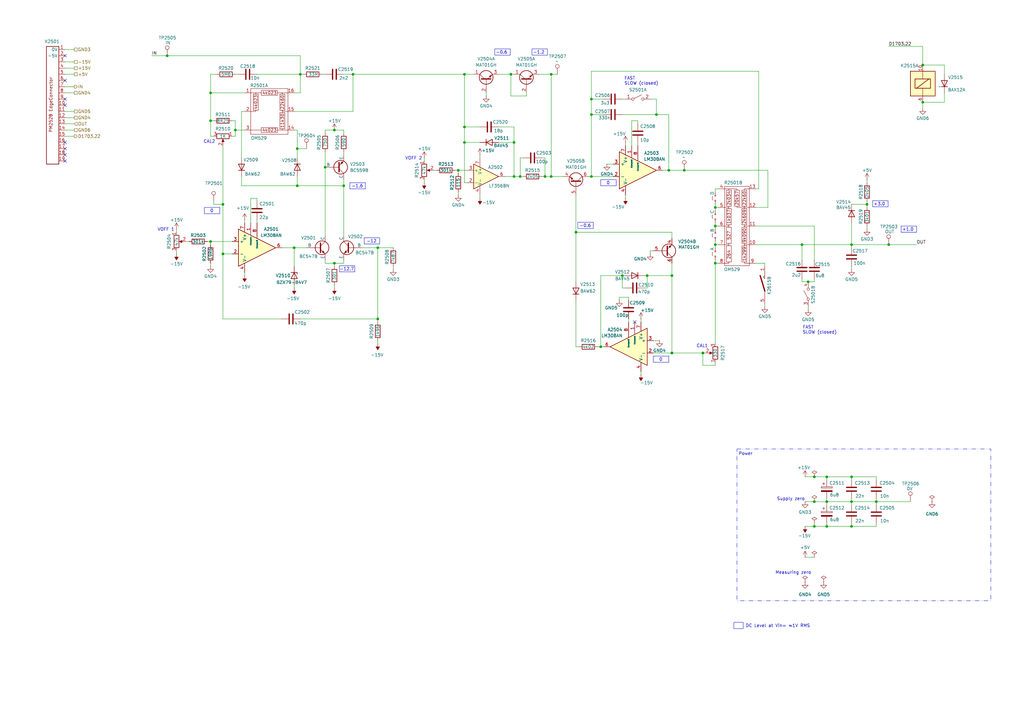
<source format=kicad_sch>
(kicad_sch (version 20250114) (generator "eeschema") (generator_version "9.0")
  (paper "A3")
  (title_block (title "Philips PM2528 - N25 (RMS Converter)") (date "2025-07-06") (rev "1.0"))
  (rectangle (start 236.982 91.186) (end 243.332 93.726))
  (rectangle (start 143.51 74.93) (end 149.86 77.47))
  (rectangle (start 369.57 92.71) (end 375.92 95.25))
  (rectangle (start 149.352 97.536) (end 155.702 100.076))
  (rectangle (start 246.38 73.66) (end 252.73 76.2))
  (rectangle (start 83.82 85.09) (end 90.17 87.63))
  (rectangle (start 300.99 255.27) (end 304.8 257.81))
  (rectangle (start 218.186 20.066) (end 224.536 22.606))
  (rectangle (start 302.26 184.15) (end 406.4 246.38) (stroke (width 0) (type dash_dot_dot)))
  (rectangle (start 267.97 146.05) (end 274.32 148.59))
  (rectangle (start 202.946 20.066) (end 209.296 22.606))
  (rectangle (start 357.886 82.296) (end 364.236 84.836))
  (rectangle (start 139.192 108.966) (end 145.542 111.506))
  (text "-1.2" (at 220.98 21.59 0) (effects (font (size 1.27 1.27))))
  (text "0" (at 271.018 147.574 0) (effects (font (size 1.27 1.27))))
  (text "-12.7" (at 142.24 110.49 0) (effects (font (size 1.27 1.27))))
  (text "Measuring zero" (at 325.374 234.95 0) (effects (font (size 1.27 1.27))))
  (text "DC Level at Vin= ≈1V RMS" (at 319.024 256.794 0) (effects (font (size 1.27 1.27))))
  (text "0" (at 249.428 75.184 0) (effects (font (size 1.27 1.27))))
  (text "FAST\nSLOW (closed)" (at 256.032 33.274 0) (effects (font (size 1.27 1.27)) (justify left)))
  (text "+3.0" (at 360.68 83.82 0) (effects (font (size 1.27 1.27))))
  (text "0" (at 86.868 86.614 0) (effects (font (size 1.27 1.27))))
  (text "CAL1" (at 288.036 141.986 0) (effects (font (size 1.27 1.27))))
  (text "-0.6" (at 205.74 21.59 0) (effects (font (size 1.27 1.27))))
  (text "VOFF 1" (at 68.072 94.234 0) (effects (font (size 1.27 1.27))))
  (text "-12" (at 152.4 99.06 0) (effects (font (size 1.27 1.27))))
  (text "CAL2" (at 85.852 58.166 0) (effects (font (size 1.27 1.27))))
  (text "-1.6" (at 146.558 76.454 0) (effects (font (size 1.27 1.27))))
  (text "Power" (at 305.816 186.182 0) (effects (font (size 1.27 1.27))))
  (text "FAST\nSLOW (closed)" (at 329.184 135.382 0) (effects (font (size 1.27 1.27)) (justify left)))
  (text "+1.0" (at 372.364 94.234 0) (effects (font (size 1.27 1.27))))
  (text "-0.6" (at 240.03 92.71 0) (effects (font (size 1.27 1.27))))
  (text "VOFF 2" (at 169.672 65.024 0) (effects (font (size 1.27 1.27))))
  (text "Supply zero" (at 324.358 204.724 0) (effects (font (size 1.27 1.27))))
  (junction (at 68.58 22.86))
  (junction (at 123.19 30.48))
  (junction (at 190.5 30.48))
  (junction (at 154.94 101.6))
  (junction (at 86.36 38.1))
  (junction (at 121.92 60.96))
  (junction (at 154.94 130.81))
  (junction (at 121.92 76.2))
  (junction (at 349.25 195.58))
  (junction (at 223.52 72.39))
  (junction (at 190.5 52.07))
  (junction (at 187.96 69.85))
  (junction (at 91.44 104.14))
  (junction (at 144.78 30.48))
  (junction (at 275.59 144.78))
  (junction (at 288.29 144.78))
  (junction (at 339.09 195.58))
  (junction (at 242.57 46.99))
  (junction (at 246.38 142.24))
  (junction (at 137.16 53.34))
  (junction (at 349.25 100.33))
  (junction (at 334.01 205.74))
  (junction (at 275.59 113.03))
  (junction (at 86.36 49.53))
  (junction (at 334.01 195.58))
  (junction (at 339.09 205.74))
  (junction (at 86.36 99.06))
  (junction (at 355.6 83.82))
  (junction (at 226.06 72.39))
  (junction (at 349.25 215.9))
  (junction (at 209.55 30.48))
  (junction (at 140.97 76.2))
  (junction (at 328.93 100.33))
  (junction (at 226.06 30.48))
  (junction (at 269.24 46.99))
  (junction (at 349.25 205.74))
  (junction (at 293.37 100.33))
  (junction (at 91.44 83.82))
  (junction (at 255.27 113.03))
  (junction (at 364.49 100.33))
  (junction (at 331.47 115.57))
  (junction (at 190.5 58.42))
  (junction (at 210.82 72.39))
  (junction (at 293.37 107.95))
  (junction (at 359.41 205.74))
  (junction (at 378.46 26.67))
  (junction (at 120.65 101.6))
  (junction (at 293.37 85.09))
  (junction (at 280.67 69.85))
  (junction (at 378.46 41.91))
  (junction (at 210.82 58.42))
  (junction (at 133.35 68.58))
  (junction (at 293.37 92.71))
  (junction (at 334.01 215.9))
  (junction (at 96.52 53.34))
  (junction (at 213.36 72.39))
  (junction (at 137.16 107.95))
  (junction (at 265.43 113.03))
  (junction (at 274.32 69.85))
  (junction (at 242.57 72.39))
  (junction (at 236.22 95.25))
  (junction (at 242.57 40.64))
  (junction (at 339.09 215.9))
  (no_connect (at 26.67 63.5))
  (no_connect (at 26.67 58.42))
  (no_connect (at 26.67 40.64))
  (no_connect (at 26.67 22.86))
  (no_connect (at 26.67 60.96))
  (no_connect (at 26.67 43.18))
  (no_connect (at 26.67 66.04))
  (no_connect (at 26.67 33.02))
  (no_connect (at 260.35 132.08))
  (wire (pts (xy 91.44 59.69) (xy 91.44 83.82)))
  (wire (pts (xy 223.52 72.39) (xy 226.06 72.39)))
  (wire (pts (xy 190.5 30.48) (xy 194.31 30.48)))
  (wire (pts (xy 334.01 205.74) (xy 330.2 205.74)))
  (wire (pts (xy 349.25 109.22) (xy 349.25 110.49)))
  (wire (pts (xy 288.29 144.78) (xy 289.56 144.78)))
  (wire (pts (xy 328.93 100.33) (xy 349.25 100.33)))
  (wire (pts (xy 173.99 64.77) (xy 173.99 66.04)))
  (wire (pts (xy 199.39 38.1) (xy 199.39 39.37)))
  (wire (pts (xy 190.5 58.42) (xy 196.85 58.42)))
  (wire (pts (xy 288.29 149.86) (xy 288.29 144.78)))
  (wire (pts (xy 262.89 130.81) (xy 262.89 132.08)))
  (wire (pts (xy 293.37 85.09) (xy 294.64 85.09)))
  (wire (pts (xy 264.16 118.11) (xy 265.43 118.11)))
  (wire (pts (xy 256.54 80.01) (xy 256.54 81.28)))
  (wire (pts (xy 26.67 55.88) (xy 30.48 55.88)))
  (wire (pts (xy 255.27 40.64) (xy 256.54 40.64)))
  (wire (pts (xy 349.25 195.58) (xy 339.09 195.58)))
  (wire (pts (xy 87.63 83.82) (xy 91.44 83.82)))
  (wire (pts (xy 309.88 85.09) (xy 314.96 85.09)))
  (wire (pts (xy 275.59 95.25) (xy 275.59 97.79)))
  (wire (pts (xy 120.65 38.1) (xy 123.19 38.1)))
  (wire (pts (xy 154.94 101.6) (xy 161.29 101.6)))
  (wire (pts (xy 86.36 99.06) (xy 95.25 99.06)))
  (wire (pts (xy 349.25 196.85) (xy 349.25 195.58)))
  (wire (pts (xy 214.63 64.77) (xy 213.36 64.77)))
  (wire (pts (xy 293.37 91.44) (xy 293.37 92.71)))
  (wire (pts (xy 359.41 196.85) (xy 359.41 195.58)))
  (wire (pts (xy 241.3 72.39) (xy 242.57 72.39)))
  (wire (pts (xy 140.97 73.66) (xy 140.97 76.2)))
  (wire (pts (xy 293.37 83.82) (xy 293.37 85.09)))
  (wire (pts (xy 339.09 215.9) (xy 339.09 214.63)))
  (wire (pts (xy 349.25 207.01) (xy 349.25 205.74)))
  (wire (pts (xy 293.37 85.09) (xy 293.37 86.36)))
  (wire (pts (xy 256.54 118.11) (xy 255.27 118.11)))
  (wire (pts (xy 311.15 29.21) (xy 311.15 77.47)))
  (wire (pts (xy 102.87 81.28) (xy 105.41 81.28)))
  (wire (pts (xy 140.97 76.2) (xy 140.97 96.52)))
  (wire (pts (xy 140.97 54.61) (xy 140.97 53.34)))
  (wire (pts (xy 339.09 195.58) (xy 334.01 195.58)))
  (wire (pts (xy 87.63 55.88) (xy 86.36 55.88)))
  (wire (pts (xy 267.97 139.7) (xy 270.51 139.7)))
  (wire (pts (xy 293.37 77.47) (xy 293.37 78.74)))
  (wire (pts (xy 187.96 78.74) (xy 187.96 80.01)))
  (wire (pts (xy 246.38 113.03) (xy 246.38 142.24)))
  (wire (pts (xy 26.67 53.34) (xy 30.48 53.34)))
  (wire (pts (xy 328.93 114.3) (xy 328.93 115.57)))
  (wire (pts (xy 120.65 101.6) (xy 125.73 101.6)))
  (wire (pts (xy 255.27 46.99) (xy 269.24 46.99)))
  (wire (pts (xy 375.92 100.33) (xy 364.49 100.33)))
  (wire (pts (xy 255.27 113.03) (xy 246.38 113.03)))
  (wire (pts (xy 210.82 72.39) (xy 207.01 72.39)))
  (wire (pts (xy 387.35 26.67) (xy 378.46 26.67)))
  (wire (pts (xy 100.33 45.72) (xy 99.06 45.72)))
  (wire (pts (xy 236.22 95.25) (xy 275.59 95.25)))
  (wire (pts (xy 86.36 107.95) (xy 86.36 109.22)))
  (wire (pts (xy 334.01 92.71) (xy 334.01 106.68)))
  (wire (pts (xy 210.82 52.07) (xy 210.82 58.42)))
  (wire (pts (xy 349.25 100.33) (xy 364.49 100.33)))
  (wire (pts (xy 334.01 215.9) (xy 334.01 214.63)))
  (wire (pts (xy 86.36 38.1) (xy 86.36 49.53)))
  (wire (pts (xy 86.36 38.1) (xy 100.33 38.1)))
  (wire (pts (xy 355.6 92.71) (xy 355.6 93.98)))
  (wire (pts (xy 271.78 69.85) (xy 274.32 69.85)))
  (wire (pts (xy 26.67 25.4) (xy 30.48 25.4)))
  (wire (pts (xy 265.43 113.03) (xy 275.59 113.03)))
  (wire (pts (xy 102.87 91.44) (xy 102.87 81.28)))
  (wire (pts (xy 242.57 40.64) (xy 242.57 46.99)))
  (wire (pts (xy 220.98 30.48) (xy 226.06 30.48)))
  (wire (pts (xy 137.16 116.84) (xy 137.16 118.11)))
  (wire (pts (xy 328.93 100.33) (xy 328.93 106.68)))
  (wire (pts (xy 190.5 52.07) (xy 190.5 58.42)))
  (wire (pts (xy 177.8 69.85) (xy 179.07 69.85)))
  (wire (pts (xy 364.49 19.05) (xy 378.46 19.05)))
  (wire (pts (xy 120.65 101.6) (xy 120.65 109.22)))
  (wire (pts (xy 293.37 100.33) (xy 294.64 100.33)))
  (wire (pts (xy 187.96 69.85) (xy 187.96 71.12)))
  (wire (pts (xy 140.97 62.23) (xy 140.97 63.5)))
  (wire (pts (xy 133.35 54.61) (xy 133.35 53.34)))
  (wire (pts (xy 173.99 73.66) (xy 173.99 74.93)))
  (wire (pts (xy 313.69 107.95) (xy 313.69 109.22)))
  (wire (pts (xy 359.41 205.74) (xy 359.41 207.01)))
  (wire (pts (xy 123.19 22.86) (xy 123.19 30.48)))
  (wire (pts (xy 293.37 148.59) (xy 293.37 149.86)))
  (wire (pts (xy 256.54 113.03) (xy 255.27 113.03)))
  (wire (pts (xy 314.96 85.09) (xy 314.96 69.85)))
  (wire (pts (xy 242.57 72.39) (xy 251.46 72.39)))
  (wire (pts (xy 274.32 46.99) (xy 274.32 69.85)))
  (wire (pts (xy 355.6 82.55) (xy 355.6 83.82)))
  (wire (pts (xy 236.22 142.24) (xy 237.49 142.24)))
  (wire (pts (xy 123.19 130.81) (xy 154.94 130.81)))
  (wire (pts (xy 100.33 90.17) (xy 100.33 91.44)))
  (wire (pts (xy 87.63 49.53) (xy 86.36 49.53)))
  (wire (pts (xy 191.77 74.93) (xy 190.5 74.93)))
  (wire (pts (xy 242.57 29.21) (xy 311.15 29.21)))
  (wire (pts (xy 330.2 215.9) (xy 334.01 215.9)))
  (wire (pts (xy 213.36 72.39) (xy 214.63 72.39)))
  (wire (pts (xy 154.94 101.6) (xy 154.94 130.81)))
  (wire (pts (xy 86.36 55.88) (xy 86.36 49.53)))
  (wire (pts (xy 247.65 40.64) (xy 242.57 40.64)))
  (wire (pts (xy 91.44 104.14) (xy 95.25 104.14)))
  (wire (pts (xy 86.36 30.48) (xy 88.9 30.48)))
  (wire (pts (xy 99.06 45.72) (xy 99.06 64.77)))
  (wire (pts (xy 266.7 40.64) (xy 269.24 40.64)))
  (wire (pts (xy 105.41 30.48) (xy 123.19 30.48)))
  (wire (pts (xy 255.27 118.11) (xy 255.27 113.03)))
  (wire (pts (xy 144.78 45.72) (xy 144.78 30.48)))
  (wire (pts (xy 190.5 74.93) (xy 190.5 58.42)))
  (wire (pts (xy 115.57 101.6) (xy 120.65 101.6)))
  (wire (pts (xy 99.06 76.2) (xy 121.92 76.2)))
  (wire (pts (xy 209.55 30.48) (xy 210.82 30.48)))
  (wire (pts (xy 339.09 215.9) (xy 349.25 215.9)))
  (wire (pts (xy 313.69 124.46) (xy 313.69 125.73)))
  (wire (pts (xy 236.22 123.19) (xy 236.22 142.24)))
  (wire (pts (xy 245.11 142.24) (xy 246.38 142.24)))
  (wire (pts (xy 274.32 69.85) (xy 280.67 69.85)))
  (wire (pts (xy 133.35 106.68) (xy 133.35 107.95)))
  (wire (pts (xy 330.2 195.58) (xy 334.01 195.58)))
  (wire (pts (xy 213.36 64.77) (xy 213.36 72.39)))
  (wire (pts (xy 161.29 109.22) (xy 161.29 110.49)))
  (wire (pts (xy 275.59 113.03) (xy 275.59 144.78)))
  (wire (pts (xy 349.25 91.44) (xy 349.25 100.33)))
  (wire (pts (xy 95.25 49.53) (xy 96.52 49.53)))
  (wire (pts (xy 85.09 99.06) (xy 86.36 99.06)))
  (wire (pts (xy 87.63 82.55) (xy 87.63 83.82)))
  (wire (pts (xy 378.46 19.05) (xy 378.46 26.67)))
  (wire (pts (xy 359.41 195.58) (xy 349.25 195.58)))
  (wire (pts (xy 91.44 104.14) (xy 91.44 130.81)))
  (wire (pts (xy 190.5 30.48) (xy 190.5 52.07)))
  (wire (pts (xy 120.65 45.72) (xy 144.78 45.72)))
  (wire (pts (xy 115.57 130.81) (xy 91.44 130.81)))
  (wire (pts (xy 215.9 39.37) (xy 215.9 38.1)))
  (wire (pts (xy 86.36 99.06) (xy 86.36 100.33)))
  (wire (pts (xy 293.37 92.71) (xy 294.64 92.71)))
  (wire (pts (xy 96.52 53.34) (xy 96.52 55.88)))
  (wire (pts (xy 96.52 53.34) (xy 96.52 49.53)))
  (wire (pts (xy 210.82 58.42) (xy 210.82 72.39)))
  (wire (pts (xy 309.88 77.47) (xy 311.15 77.47)))
  (wire (pts (xy 331.47 115.57) (xy 334.01 115.57)))
  (wire (pts (xy 349.25 100.33) (xy 349.25 101.6)))
  (wire (pts (xy 95.25 55.88) (xy 96.52 55.88)))
  (wire (pts (xy 293.37 92.71) (xy 293.37 93.98)))
  (wire (pts (xy 339.09 207.01) (xy 339.09 205.74)))
  (wire (pts (xy 96.52 53.34) (xy 100.33 53.34)))
  (wire (pts (xy 121.92 60.96) (xy 121.92 64.77)))
  (wire (pts (xy 120.65 53.34) (xy 121.92 53.34)))
  (wire (pts (xy 293.37 107.95) (xy 293.37 140.97)))
  (wire (pts (xy 76.2 99.06) (xy 77.47 99.06)))
  (wire (pts (xy 254 121.92) (xy 257.81 121.92)))
  (wire (pts (xy 236.22 95.25) (xy 236.22 115.57)))
  (wire (pts (xy 293.37 100.33) (xy 293.37 101.6)))
  (wire (pts (xy 334.01 114.3) (xy 334.01 115.57)))
  (wire (pts (xy 265.43 118.11) (xy 265.43 113.03)))
  (wire (pts (xy 275.59 144.78) (xy 288.29 144.78)))
  (wire (pts (xy 236.22 80.01) (xy 236.22 95.25)))
  (wire (pts (xy 349.25 215.9) (xy 349.25 214.63)))
  (wire (pts (xy 204.47 52.07) (xy 210.82 52.07)))
  (wire (pts (xy 359.41 205.74) (xy 373.38 205.74)))
  (wire (pts (xy 132.08 30.48) (xy 133.35 30.48)))
  (wire (pts (xy 62.23 22.86) (xy 68.58 22.86)))
  (wire (pts (xy 91.44 83.82) (xy 91.44 104.14)))
  (wire (pts (xy 140.97 30.48) (xy 144.78 30.48)))
  (wire (pts (xy 121.92 53.34) (xy 121.92 60.96)))
  (wire (pts (xy 246.38 142.24) (xy 247.65 142.24)))
  (wire (pts (xy 99.06 76.2) (xy 99.06 72.39)))
  (wire (pts (xy 204.47 30.48) (xy 209.55 30.48)))
  (wire (pts (xy 154.94 139.7) (xy 154.94 140.97)))
  (wire (pts (xy 261.62 58.42) (xy 261.62 59.69)))
  (wire (pts (xy 349.25 83.82) (xy 355.6 83.82)))
  (wire (pts (xy 387.35 38.1) (xy 387.35 41.91)))
  (wire (pts (xy 248.92 67.31) (xy 251.46 67.31)))
  (wire (pts (xy 26.67 50.8) (xy 30.48 50.8)))
  (wire (pts (xy 105.41 81.28) (xy 105.41 82.55)))
  (wire (pts (xy 309.88 92.71) (xy 334.01 92.71)))
  (wire (pts (xy 86.36 30.48) (xy 86.36 38.1)))
  (wire (pts (xy 137.16 107.95) (xy 137.16 109.22)))
  (wire (pts (xy 125.73 60.96) (xy 121.92 60.96)))
  (wire (pts (xy 148.59 101.6) (xy 154.94 101.6)))
  (wire (pts (xy 267.97 144.78) (xy 275.59 144.78)))
  (wire (pts (xy 133.35 107.95) (xy 137.16 107.95)))
  (wire (pts (xy 355.6 83.82) (xy 355.6 85.09)))
  (wire (pts (xy 242.57 29.21) (xy 242.57 40.64)))
  (wire (pts (xy 190.5 52.07) (xy 196.85 52.07)))
  (wire (pts (xy 121.92 72.39) (xy 121.92 76.2)))
  (wire (pts (xy 339.09 204.47) (xy 339.09 205.74)))
  (wire (pts (xy 121.92 76.2) (xy 140.97 76.2)))
  (wire (pts (xy 72.39 102.87) (xy 72.39 104.14)))
  (wire (pts (xy 26.67 27.94) (xy 30.48 27.94)))
  (wire (pts (xy 259.08 59.69) (xy 259.08 49.53)))
  (wire (pts (xy 349.25 215.9) (xy 359.41 215.9)))
  (wire (pts (xy 280.67 69.85) (xy 314.96 69.85)))
  (wire (pts (xy 262.89 152.4) (xy 262.89 153.67)))
  (wire (pts (xy 26.67 48.26) (xy 30.48 48.26)))
  (wire (pts (xy 256.54 58.42) (xy 256.54 59.69)))
  (wire (pts (xy 223.52 64.77) (xy 223.52 72.39)))
  (wire (pts (xy 269.24 46.99) (xy 274.32 46.99)))
  (wire (pts (xy 226.06 30.48) (xy 228.6 30.48)))
  (wire (pts (xy 293.37 107.95) (xy 294.64 107.95)))
  (wire (pts (xy 269.24 40.64) (xy 269.24 46.99)))
  (wire (pts (xy 196.85 80.01) (xy 196.85 81.28)))
  (wire (pts (xy 209.55 39.37) (xy 209.55 30.48)))
  (wire (pts (xy 144.78 30.48) (xy 190.5 30.48)))
  (wire (pts (xy 154.94 132.08) (xy 154.94 130.81)))
  (wire (pts (xy 275.59 107.95) (xy 275.59 113.03)))
  (wire (pts (xy 330.2 228.6) (xy 334.01 228.6)))
  (wire (pts (xy 261.62 49.53) (xy 261.62 50.8)))
  (wire (pts (xy 293.37 106.68) (xy 293.37 107.95)))
  (wire (pts (xy 293.37 149.86) (xy 288.29 149.86)))
  (wire (pts (xy 349.25 205.74) (xy 339.09 205.74)))
  (wire (pts (xy 334.01 215.9) (xy 339.09 215.9)))
  (wire (pts (xy 215.9 39.37) (xy 209.55 39.37)))
  (wire (pts (xy 26.67 20.32) (xy 30.48 20.32)))
  (wire (pts (xy 26.67 38.1) (xy 30.48 38.1)))
  (wire (pts (xy 140.97 53.34) (xy 137.16 53.34)))
  (wire (pts (xy 242.57 46.99) (xy 247.65 46.99)))
  (wire (pts (xy 26.67 30.48) (xy 30.48 30.48)))
  (wire (pts (xy 96.52 30.48) (xy 97.79 30.48)))
  (wire (pts (xy 349.25 205.74) (xy 359.41 205.74)))
  (wire (pts (xy 137.16 107.95) (xy 140.97 107.95)))
  (wire (pts (xy 257.81 130.81) (xy 257.81 132.08)))
  (wire (pts (xy 105.41 90.17) (xy 105.41 91.44)))
  (wire (pts (xy 257.81 121.92) (xy 257.81 123.19)))
  (wire (pts (xy 140.97 106.68) (xy 140.97 107.95)))
  (wire (pts (xy 133.35 68.58) (xy 133.35 96.52)))
  (wire (pts (xy 133.35 68.58) (xy 133.35 62.23)))
  (wire (pts (xy 204.47 58.42) (xy 210.82 58.42)))
  (wire (pts (xy 387.35 41.91) (xy 378.46 41.91)))
  (wire (pts (xy 123.19 30.48) (xy 124.46 30.48)))
  (wire (pts (xy 100.33 111.76) (xy 100.33 113.03)))
  (wire (pts (xy 26.67 45.72) (xy 30.48 45.72)))
  (wire (pts (xy 259.08 49.53) (xy 261.62 49.53)))
  (wire (pts (xy 264.16 113.03) (xy 265.43 113.03)))
  (wire (pts (xy 309.88 100.33) (xy 328.93 100.33)))
  (wire (pts (xy 222.25 72.39) (xy 223.52 72.39)))
  (wire (pts (xy 120.65 116.84) (xy 120.65 118.11)))
  (wire (pts (xy 186.69 69.85) (xy 187.96 69.85)))
  (wire (pts (xy 309.88 107.95) (xy 313.69 107.95)))
  (wire (pts (xy 242.57 46.99) (xy 242.57 72.39)))
  (wire (pts (xy 187.96 69.85) (xy 191.77 69.85)))
  (wire (pts (xy 355.6 73.66) (xy 355.6 74.93)))
  (wire (pts (xy 294.64 77.47) (xy 293.37 77.47)))
  (wire (pts (xy 293.37 99.06) (xy 293.37 100.33)))
  (wire (pts (xy 226.06 30.48) (xy 226.06 72.39)))
  (wire (pts (xy 196.85 63.5) (xy 196.85 64.77)))
  (wire (pts (xy 254 123.19) (xy 254 121.92)))
  (wire (pts (xy 222.25 64.77) (xy 223.52 64.77)))
  (wire (pts (xy 378.46 41.91) (xy 378.46 44.45)))
  (wire (pts (xy 349.25 204.47) (xy 349.25 205.74)))
  (wire (pts (xy 226.06 72.39) (xy 231.14 72.39)))
  (wire (pts (xy 133.35 53.34) (xy 137.16 53.34)))
  (wire (pts (xy 331.47 125.73) (xy 331.47 127)))
  (wire (pts (xy 210.82 72.39) (xy 213.36 72.39)))
  (wire (pts (xy 387.35 30.48) (xy 387.35 26.67)))
  (wire (pts (xy 266.7 102.87) (xy 266.7 104.14)))
  (wire (pts (xy 26.67 35.56) (xy 30.48 35.56)))
  (wire (pts (xy 359.41 215.9) (xy 359.41 214.63)))
  (wire (pts (xy 339.09 205.74) (xy 334.01 205.74)))
  (wire (pts (xy 72.39 93.98) (xy 72.39 95.25)))
  (wire (pts (xy 328.93 115.57) (xy 331.47 115.57)))
  (wire (pts (xy 339.09 196.85) (xy 339.09 195.58)))
  (wire (pts (xy 266.7 102.87) (xy 267.97 102.87)))
  (wire (pts (xy 359.41 204.47) (xy 359.41 205.74)))
  (wire (pts (xy 123.19 38.1) (xy 123.19 30.48)))
  (wire (pts (xy 68.58 22.86) (xy 123.19 22.86)))
  (label "D1703.22" (at 364.49 19.05 0))
  (label "OUT" (at 375.92 100.33 0))
  (label "IN" (at 62.23 22.86 0))
  (hierarchical_label "D1703.22" (shape output) (at 30.48 55.88 0))
  (hierarchical_label "GND4" (shape passive) (at 30.48 38.1 0))
  (hierarchical_label "IN" (shape output) (at 30.48 35.56 0))
  (hierarchical_label "+15V" (shape passive) (at 30.48 27.94 0))
  (hierarchical_label "GND6" (shape passive) (at 30.48 53.34 0))
  (hierarchical_label "-15V" (shape passive) (at 30.48 25.4 0))
  (hierarchical_label "+5V" (shape passive) (at 30.48 30.48 0))
  (hierarchical_label "GND3" (shape passive) (at 30.48 20.32 0))
  (hierarchical_label "GND4" (shape passive) (at 30.48 48.26 0))
  (hierarchical_label "GND5" (shape passive) (at 30.48 45.72 0))
  (hierarchical_label "OUT" (shape input) (at 30.48 50.8 0))
  (symbol (lib_id "power:GND1") (at 382.27 205.74 0) (unit 1)
    (property "Reference" "#PWR05" (effects (hide yes)))
    (property "Value" "GND6" (at 382.27 210.82 0))
    (property "Description" "Power symbol creates a global label with name \"GND1\" , ground" (effects (hide yes)))
  )
  (symbol (lib_id "power:+15V") (at 137.16 53.34 0) (unit 1)
    (property "Reference" "#PWR08" (effects (hide yes)))
    (property "Value" "+15V" (at 137.16 49.53 0))
    (property "Description" "Power symbol creates a global label with name \"+15V\"" (effects (hide yes)))
  )
  (symbol (lib_id "Simulation_SPICE:NPN") (at 130.81 101.6 0) (unit 1)
    (property "Reference" "V2501" (at 123.444 97.536 0) (effects (justify left)))
    (property "Value" "BC547B" (at 122.682 105.156 0) (effects (justify left)))
    (property "Footprint" "Package_TO_SOT_THT:TO-92" (effects (hide yes)))
    (property "Datasheet" "https://ngspice.sourceforge.io/docs/ngspice-html-manual/manual.xhtml#cha_BJTs" (effects (hide yes)))
    (property "Description" "Bipolar transistor symbol for simulation only, substrate tied to the emitter" (effects (hide yes)))
    (property "Sim.Device" "NPN" (effects (hide yes)))
    (property "Sim.Type" "GUMMELPOON" (effects (hide yes)))
    (property "Sim.Pins" "1=C 2=B 3=E" (effects (hide yes)))
  )
  (symbol (lib_id "power:-15V") (at 262.89 153.67 180) (unit 1)
    (property "Reference" "#PWR027" (effects (hide yes)))
    (property "Value" "-15V" (at 265.176 156.972 0))
    (property "Description" "Power symbol creates a global label with name \"-15V\"" (effects (hide yes)))
  )
  (symbol (lib_id "Device:R") (at 161.29 105.41 180) (unit 1)
    (property "Reference" "R2508" (at 158.75 105.41 90))
    (property "Value" "7k87" (at 161.29 105.41 90))
    (property "Footprint" "Resistor_THT:R_Axial_DIN0207_L6.3mm_D2.5mm_P10.16mm_Horizontal" (effects (hide yes)))
    (property "Description" "Resistor" (effects (hide yes)))
  )
  (symbol (lib_id "power:GND3") (at 187.96 80.01 0) (unit 1)
    (property "Reference" "#PWR09" (effects (hide yes)))
    (property "Value" "GND4" (at 187.96 84.074 0))
    (property "Description" "Power symbol creates a global label with name \"GND3\" , ground" (effects (hide yes)))
  )
  (symbol (lib_id "Jumper:Jumper_2_Small_Open") (at 293.37 81.28 90) (unit 1)
    (property "Reference" "JP2504" (effects (hide yes)))
    (property "Value" "D" (at 292.1 79.248 0))
    (property "Footprint" "TestPoint:TestPoint_Bridge_Pitch5.08mm_Drill0.7mm" (effects (hide yes)))
    (property "Description" "Jumper, 2-pole, small symbol, open" (effects (hide yes)))
  )
  (symbol (lib_id "Device:D") (at 349.25 87.63 270) (unit 1)
    (property "Reference" "V2514" (at 342.9 82.804 90) (effects (justify left)))
    (property "Value" "BAV45" (at 342.9 85.09 90) (effects (justify left)))
    (property "Footprint" "Package_TO_SOT_THT:TO-18-2" (effects (hide yes)))
    (property "Description" "Diode" (effects (hide yes)))
    (property "Sim.Device" "D" (effects (hide yes)))
    (property "Sim.Pins" "1=K 2=A" (effects (hide yes)))
  )
  (symbol (lib_id "Device:R") (at 137.16 113.03 180) (unit 1)
    (property "Reference" "R2507" (at 134.62 113.03 90))
    (property "Value" "301" (at 137.16 113.03 90))
    (property "Footprint" "Resistor_THT:R_Axial_DIN0207_L6.3mm_D2.5mm_P10.16mm_Horizontal" (effects (hide yes)))
    (property "Description" "Resistor" (effects (hide yes)))
  )
  (symbol (lib_id "power:-15V") (at 256.54 81.28 180) (unit 1)
    (property "Reference" "#PWR024" (effects (hide yes)))
    (property "Value" "-15V" (at 253.492 84.836 0))
    (property "Description" "Power symbol creates a global label with name \"-15V\"" (effects (hide yes)))
  )
  (symbol (lib_id "Device:R") (at 92.71 30.48 90) (unit 1)
    (property "Reference" "R2520" (at 92.71 27.94 90))
    (property "Value" "5M6" (at 92.71 30.48 90))
    (property "Footprint" "Resistor_THT:R_Axial_DIN0207_L6.3mm_D2.5mm_P10.16mm_Horizontal" (effects (hide yes)))
    (property "Description" "Resistor" (effects (hide yes)))
  )
  (symbol (lib_id "power:GND3") (at 254 123.19 0) (unit 1)
    (property "Reference" "#PWR030" (effects (hide yes)))
    (property "Value" "GND5" (at 250.698 126.238 0))
    (property "Description" "Power symbol creates a global label with name \"GND3\" , ground" (effects (hide yes)))
  )
  (symbol (lib_id "Device:R") (at 355.6 78.74 180) (unit 1)
    (property "Reference" "R2518" (at 353.06 78.74 90))
    (property "Value" "2k05" (at 355.6 78.74 90))
    (property "Footprint" "Resistor_THT:R_Axial_DIN0207_L6.3mm_D2.5mm_P10.16mm_Horizontal" (effects (hide yes)))
    (property "Description" "Resistor" (effects (hide yes)))
  )
  (symbol (lib_id "power:GND3") (at 86.36 109.22 0) (unit 1)
    (property "Reference" "#PWR018" (effects (hide yes)))
    (property "Value" "GND4" (at 86.36 113.284 0))
    (property "Description" "Power symbol creates a global label with name \"GND3\" , ground" (effects (hide yes)))
  )
  (symbol (lib_id "Device:C") (at 251.46 40.64 90) (unit 1)
    (property "Reference" "C2506" (at 247.142 39.116 90))
    (property "Value" "3u3" (at 248.158 42.164 90))
    (property "Footprint" "Capacitor_THT:C_Rect_L26.5mm_W8.5mm_P22.50mm_MKS4" (effects (hide yes)))
    (property "Description" "Unpolarized capacitor" (effects (hide yes)))
  )
  (symbol (lib_id "Jumper:Jumper_2_Small_Open") (at 293.37 96.52 90) (unit 1)
    (property "Reference" "JP2502" (effects (hide yes)))
    (property "Value" "B" (at 292.1 94.488 0))
    (property "Footprint" "TestPoint:TestPoint_Bridge_Pitch5.08mm_Drill0.7mm" (effects (hide yes)))
    (property "Description" "Jumper, 2-pole, small symbol, open" (effects (hide yes)))
  )
  (symbol (lib_id "power:GND1") (at 330.2 205.74 0) (unit 1)
    (property "Reference" "#PWR04" (effects (hide yes)))
    (property "Value" "GND3" (at 330.2 210.058 0))
    (property "Description" "Power symbol creates a global label with name \"GND1\" , ground" (effects (hide yes)))
  )
  (symbol (lib_id "Transistor_BJT:MAT02") (at 215.9 33.02 90) (unit 1)
    (property "Reference" "V2505" (at 215.9 24.13 90))
    (property "Value" "MAT01GH" (at 215.9 26.67 90))
    (property "Footprint" "Package_TO_SOT_THT:TO-78-6" (effects (hide yes)))
    (property "Datasheet" "http://www.elenota.pl/datasheet_download/93431/MAT02" (effects (hide yes)))
    (property "Description" "20mA Ic, 40V Vce, Precision Dual Monolithic Low Noise, Low Offset Transistor, TO-78" (effects (hide yes)))
  )
  (symbol (lib_id "Device:C") (at 349.25 200.66 0) (unit 1)
    (property "Reference" "C2513" (at 350.52 198.12 0) (effects (justify left)))
    (property "Value" "22n" (at 350.774 203.454 0) (effects (justify left)))
    (property "Footprint" "Capacitor_THT:C_Disc_D4.3mm_W1.9mm_P5.00mm" (effects (hide yes)))
    (property "Description" "Unpolarized capacitor" (effects (hide yes)))
  )
  (symbol (lib_id "PM2528:PCBEdge_Plugincard") (at 21.59 43.18 0) (unit 1)
    (property "Reference" "X2501" (at 21.336 17.018 0))
    (property "Footprint" "PM2528:PM2528_RiserCardConnector" (effects (hide yes)))
  )
  (symbol (lib_id "power:GND3") (at 313.69 125.73 0) (unit 1)
    (property "Reference" "#PWR035" (effects (hide yes)))
    (property "Value" "GND5" (at 313.69 129.794 0))
    (property "Description" "Power symbol creates a global label with name \"GND3\" , ground" (effects (hide yes)))
  )
  (symbol (lib_id "Device:C_Polarized") (at 339.09 210.82 0) (unit 1)
    (property "Reference" "C2512" (at 340.106 208.28 0) (effects (justify left)))
    (property "Value" "6u8" (at 340.36 213.106 0) (effects (justify left)))
    (property "Footprint" "Capacitor_THT:CP_Radial_Tantal_D7.0mm_P5.00mm" (effects (hide yes)))
    (property "Description" "Polarized capacitor" (effects (hide yes)))
  )
  (symbol (lib_id "power:PWR_FLAG") (at 334.01 214.63 0) (unit 1)
    (property "Reference" "#FLG06" (effects (hide yes)))
    (property "Value" "PWR_FLAG" (effects (hide yes)))
    (property "Description" "Special symbol for telling ERC where power comes from" (effects (hide yes)))
  )
  (symbol (lib_id "Device:R") (at 81.28 99.06 90) (unit 1)
    (property "Reference" "R2503" (at 81.28 96.52 90))
    (property "Value" "301k" (at 81.28 99.06 90))
    (property "Footprint" "Resistor_THT:R_Axial_DIN0207_L6.3mm_D2.5mm_P10.16mm_Horizontal" (effects (hide yes)))
    (property "Description" "Resistor" (effects (hide yes)))
  )
  (symbol (lib_name "RelaisSingleSplit_1") (lib_id "PM2528:RelaisSingleSplit") (at 381 36.83 0) (unit 1)
    (property "Reference" "K2515" (at 369.316 26.924 0) (effects (justify left)))
    (property "Value" "~" (at 384.81 35.56 0) (effects (justify left)))
    (property "Footprint" "PM2528:Reed relay assy" (effects (hide yes)))
  )
  (symbol (lib_id "Device:R") (at 182.88 69.85 90) (unit 1)
    (property "Reference" "R2513" (at 182.88 67.31 90))
    (property "Value" "301k" (at 182.88 69.85 90))
    (property "Footprint" "Resistor_THT:R_Axial_DIN0207_L6.3mm_D2.5mm_P10.16mm_Horizontal" (effects (hide yes)))
    (property "Description" "Resistor" (effects (hide yes)))
  )
  (symbol (lib_id "Device:D") (at 200.66 58.42 0) (unit 1)
    (property "Reference" "V2511" (at 202.692 56.642 0) (effects (justify left)))
    (property "Value" "BAV45" (at 202.438 59.69 0) (effects (justify left)))
    (property "Footprint" "Package_TO_SOT_THT:TO-18-2" (effects (hide yes)))
    (property "Description" "Diode" (effects (hide yes)))
    (property "Sim.Device" "D" (effects (hide yes)))
    (property "Sim.Pins" "1=K 2=A" (effects (hide yes)))
  )
  (symbol (lib_id "Connector:TestPoint") (at 364.49 100.33 0) (unit 1)
    (property "Reference" "TP2503" (at 360.934 92.964 0) (effects (justify left)))
    (property "Value" "OUT" (at 362.966 94.996 0) (effects (justify left)))
    (property "Footprint" "Connector_Pin:Pin_D0.9mm_L10.0mm_W2.4mm_FlatFork" (effects (hide yes)))
    (property "Description" "test point" (effects (hide yes)))
  )
  (symbol (lib_id "Device:R") (at 355.6 88.9 180) (unit 1)
    (property "Reference" "R2519" (at 353.06 88.9 90))
    (property "Value" "3k01" (at 355.6 88.9 90))
    (property "Footprint" "Resistor_THT:R_Axial_DIN0207_L6.3mm_D2.5mm_P10.16mm_Horizontal" (effects (hide yes)))
    (property "Description" "Resistor" (effects (hide yes)))
  )
  (symbol (lib_id "Connector:TestPoint") (at 125.73 60.96 0) (unit 1)
    (property "Reference" "TP2504" (at 122.174 55.626 0) (effects (justify left)))
    (property "Value" "~" (at 124.968 55.626 0) (effects (justify left)))
    (property "Footprint" "Connector_Pin:Pin_D0.9mm_L10.0mm_W2.4mm_FlatFork" (effects (hide yes)))
    (property "Description" "test point" (effects (hide yes)))
  )
  (symbol (lib_id "Device:C") (at 105.41 86.36 180) (unit 1)
    (property "Reference" "C2501" (at 109.474 83.566 0))
    (property "Value" "22p" (at 108.204 89.154 0))
    (property "Footprint" "Capacitor_THT:C_Disc_D4.3mm_W1.9mm_P5.00mm" (effects (hide yes)))
    (property "Description" "Unpolarized capacitor" (effects (hide yes)))
  )
  (symbol (lib_id "power:PWR_FLAG") (at 334.01 205.74 0) (unit 1)
    (property "Reference" "#FLG03" (effects (hide yes)))
    (property "Value" "PWR_FLAG" (effects (hide yes)))
    (property "Description" "Special symbol for telling ERC where power comes from" (effects (hide yes)))
  )
  (symbol (lib_id "power:-15V") (at 173.99 74.93 180) (unit 1)
    (property "Reference" "#PWR011" (effects (hide yes)))
    (property "Value" "-15V" (at 173.99 78.994 0))
    (property "Description" "Power symbol creates a global label with name \"-15V\"" (effects (hide yes)))
  )
  (symbol (lib_id "Switch:SW_DPST_x2") (at 261.62 40.64 0) (unit 1)
    (property "Reference" "S2501" (at 261.62 36.83 0))
    (property "Value" "SW_DPST_x2" (effects (hide yes)))
    (property "Footprint" "Button_Switch_THT:SW_DIP_SPSTx02_Slide_6.7x6.64mm_W7.62mm_P2.54mm_LowProfile" (effects (hide yes)))
    (property "Description" "Single Pole Single Throw (SPST) switch, separate symbol" (effects (hide yes)))
  )
  (symbol (lib_id "power:GND1") (at 337.82 238.76 0) (unit 1)
    (property "Reference" "#PWR03" (effects (hide yes)))
    (property "Value" "GND5" (at 337.82 243.84 0))
    (property "Description" "Power symbol creates a global label with name \"GND1\" , ground" (effects (hide yes)))
  )
  (symbol (lib_id "Transistor_BJT:MAT02") (at 236.22 74.93 270) (mirror x) (unit 2)
    (property "Reference" "V2505" (at 236.22 66.04 90))
    (property "Value" "MAT01GH" (at 236.22 68.58 90))
    (property "Footprint" "Package_TO_SOT_THT:TO-78-6" (effects (hide yes)))
    (property "Datasheet" "http://www.elenota.pl/datasheet_download/93431/MAT02" (effects (hide yes)))
    (property "Description" "20mA Ic, 40V Vce, Precision Dual Monolithic Low Noise, Low Offset Transistor, TO-78" (effects (hide yes)))
  )
  (symbol (lib_id "PM2528:RelaisSingleSplit") (at 313.69 116.84 0) (unit 2)
    (property "Reference" "K2515" (at 315.468 120.904 90) (effects (justify left)))
    (property "Value" "~" (at 314.96 118.11 0) (effects (justify left)))
    (property "Footprint" "PM2528:Reed relay assy" (effects (hide yes)))
  )
  (symbol (lib_id "power:+15V") (at 262.89 130.81 0) (unit 1)
    (property "Reference" "#PWR028" (effects (hide yes)))
    (property "Value" "+15V" (at 265.43 127.254 0))
    (property "Description" "Power symbol creates a global label with name \"+15V\"" (effects (hide yes)))
  )
  (symbol (lib_id "PM2528:OM529") (at 302.26 92.71 180) (unit 2)
    (property "Reference" "R2501" (at 300.736 74.93 0))
    (property "Value" "OM529" (at 300.228 110.49 0))
    (property "Footprint" "Package_DIP:DIP-16_W7.62mm" (effects (hide yes)))
  )
  (symbol (lib_id "Device:C") (at 328.93 110.49 180) (unit 1)
    (property "Reference" "C2516" (at 325.374 108.204 0))
    (property "Value" "2u2" (at 326.644 112.776 0))
    (property "Footprint" "Capacitor_THT:C_Rect_L26.5mm_W8.5mm_P22.50mm_MKS4" (effects (hide yes)))
    (property "Description" "Unpolarized capacitor" (effects (hide yes)))
  )
  (symbol (lib_id "power:GND3") (at 248.92 67.31 0) (unit 1)
    (property "Reference" "#PWR023" (effects (hide yes)))
    (property "Value" "GND4" (at 248.92 71.374 0))
    (property "Description" "Power symbol creates a global label with name \"GND3\" , ground" (effects (hide yes)))
  )
  (symbol (lib_id "PM2528:OPAMP_COMPEN") (at 105.41 101.6 0) (unit 1)
    (property "Reference" "A2501" (at 111.252 93.98 0))
    (property "Value" "LM308AN" (at 111.252 96.52 0))
    (property "Footprint" "Package_DIP:DIP-8_W7.62mm" (effects (hide yes)))
    (property "Datasheet" "https://www.analog.com/media/en/technical-documentation/data-sheets/AD8021.pdf" (effects (hide yes)))
    (property "Description" "Operational Amplifier" (effects (hide yes)))
  )
  (symbol (lib_id "Simulation_SPICE:PNP") (at 138.43 68.58 0) (mirror x) (unit 1)
    (property "Reference" "V2503" (at 143.51 67.3099 0) (effects (justify left)))
    (property "Value" "BC559B" (at 143.51 69.8499 0) (effects (justify left)))
    (property "Footprint" "Package_TO_SOT_THT:TO-92" (effects (hide yes)))
    (property "Datasheet" "https://ngspice.sourceforge.io/docs/ngspice-html-manual/manual.xhtml#cha_BJTs" (effects (hide yes)))
    (property "Description" "Bipolar transistor symbol for simulation only, substrate tied to the emitter" (effects (hide yes)))
    (property "Sim.Device" "PNP" (effects (hide yes)))
    (property "Sim.Type" "GUMMELPOON" (effects (hide yes)))
    (property "Sim.Pins" "1=C 2=B 3=E" (effects (hide yes)))
  )
  (symbol (lib_id "power:GND3") (at 355.6 93.98 0) (unit 1)
    (property "Reference" "#PWR032" (effects (hide yes)))
    (property "Value" "GND3" (at 355.6 98.044 0))
    (property "Description" "Power symbol creates a global label with name \"GND3\" , ground" (effects (hide yes)))
  )
  (symbol (lib_id "Device:R") (at 86.36 104.14 180) (unit 1)
    (property "Reference" "R2502" (at 83.82 104.14 90))
    (property "Value" "19R6" (at 86.36 104.14 90))
    (property "Footprint" "Resistor_THT:R_Axial_DIN0207_L6.3mm_D2.5mm_P10.16mm_Horizontal" (effects (hide yes)))
    (property "Description" "Resistor" (effects (hide yes)))
  )
  (symbol (lib_id "Device:R") (at 140.97 58.42 180) (unit 1)
    (property "Reference" "R2506" (at 138.43 58.42 90))
    (property "Value" "590" (at 140.97 58.42 90))
    (property "Footprint" "Resistor_THT:R_Axial_DIN0207_L6.3mm_D2.5mm_P10.16mm_Horizontal" (effects (hide yes)))
    (property "Description" "Resistor" (effects (hide yes)))
  )
  (symbol (lib_id "Device:D") (at 236.22 119.38 90) (unit 1)
    (property "Reference" "V2513" (at 244.094 116.586 90) (effects (justify left)))
    (property "Value" "BAW62" (at 244.348 119.38 90) (effects (justify left)))
    (property "Footprint" "Diode_THT:D_DO-34_SOD68_P10.16mm_Horizontal" (effects (hide yes)))
    (property "Description" "Diode" (effects (hide yes)))
    (property "Sim.Device" "D" (effects (hide yes)))
    (property "Sim.Pins" "1=K 2=A" (effects (hide yes)))
  )
  (symbol (lib_id "power:+15V") (at 256.54 58.42 0) (unit 1)
    (property "Reference" "#PWR025" (effects (hide yes)))
    (property "Value" "+15V" (at 254 54.864 0))
    (property "Description" "Power symbol creates a global label with name \"+15V\"" (effects (hide yes)))
  )
  (symbol (lib_id "Device:R_Potentiometer") (at 173.99 69.85 0) (unit 1)
    (property "Reference" "R2514" (at 170.942 69.85 90))
    (property "Value" "47k" (at 173.99 69.85 90))
    (property "Footprint" "PM2528:Trimmer vertical" (effects (hide yes)))
    (property "Description" "Potentiometer" (effects (hide yes)))
  )
  (symbol (lib_id "Simulation_SPICE:NPN") (at 143.51 101.6 0) (mirror y) (unit 1)
    (property "Reference" "V2502" (at 148.844 97.028 0) (effects (justify left)))
    (property "Value" "BC547B" (at 153.416 103.632 0) (effects (justify left)))
    (property "Footprint" "Package_TO_SOT_THT:TO-92" (effects (hide yes)))
    (property "Datasheet" "https://ngspice.sourceforge.io/docs/ngspice-html-manual/manual.xhtml#cha_BJTs" (effects (hide yes)))
    (property "Description" "Bipolar transistor symbol for simulation only, substrate tied to the emitter" (effects (hide yes)))
    (property "Sim.Device" "NPN" (effects (hide yes)))
    (property "Sim.Type" "GUMMELPOON" (effects (hide yes)))
    (property "Sim.Pins" "1=C 2=B 3=E" (effects (hide yes)))
  )
  (symbol (lib_id "Connector:TestPoint") (at 228.6 30.48 0) (unit 1)
    (property "Reference" "TP2507" (at 225.044 23.114 0) (effects (justify left)))
    (property "Value" "~" (at 227.838 25.146 0) (effects (justify left)))
    (property "Footprint" "Connector_Pin:Pin_D0.9mm_L10.0mm_W2.4mm_FlatFork" (effects (hide yes)))
    (property "Description" "test point" (effects (hide yes)))
  )
  (symbol (lib_id "Device:R_Potentiometer") (at 72.39 99.06 0) (unit 1)
    (property "Reference" "R2504" (at 69.342 99.06 90))
    (property "Value" "47k" (at 72.39 99.06 90))
    (property "Footprint" "PM2528:Trimmer vertical" (effects (hide yes)))
    (property "Description" "Potentiometer" (effects (hide yes)))
  )
  (symbol (lib_id "Device:C") (at 359.41 210.82 0) (unit 1)
    (property "Reference" "C2505" (at 360.68 208.28 0) (effects (justify left)))
    (property "Value" "10n" (at 360.934 213.614 0) (effects (justify left)))
    (property "Footprint" "Capacitor_THT:C_Disc_D4.3mm_W1.9mm_P5.00mm" (effects (hide yes)))
    (property "Description" "Unpolarized capacitor" (effects (hide yes)))
  )
  (symbol (lib_id "Device:D") (at 121.92 68.58 270) (unit 1)
    (property "Reference" "V2508" (at 115.57 65.786 90) (effects (justify left)))
    (property "Value" "BAW62" (at 114.808 71.374 90) (effects (justify left)))
    (property "Footprint" "Diode_THT:D_DO-34_SOD68_P10.16mm_Horizontal" (effects (hide yes)))
    (property "Description" "Diode" (effects (hide yes)))
    (property "Sim.Device" "D" (effects (hide yes)))
    (property "Sim.Pins" "1=K 2=A" (effects (hide yes)))
  )
  (symbol (lib_id "Jumper:Jumper_2_Small_Open") (at 293.37 88.9 90) (unit 1)
    (property "Reference" "JP2503" (effects (hide yes)))
    (property "Value" "C" (at 292.1 86.868 0))
    (property "Footprint" "TestPoint:TestPoint_Bridge_Pitch5.08mm_Drill0.7mm" (effects (hide yes)))
    (property "Description" "Jumper, 2-pole, small symbol, open" (effects (hide yes)))
  )
  (symbol (lib_id "Connector:TestPoint") (at 68.58 22.86 0) (unit 1)
    (property "Reference" "TP2505" (at 65.024 15.494 0) (effects (justify left)))
    (property "Value" "IN" (at 67.818 17.526 0) (effects (justify left)))
    (property "Footprint" "Connector_Pin:Pin_D0.9mm_L10.0mm_W2.4mm_FlatFork" (effects (hide yes)))
    (property "Description" "test point" (effects (hide yes)))
  )
  (symbol (lib_id "Device:C") (at 349.25 105.41 180) (unit 1)
    (property "Reference" "C2517" (at 352.806 102.87 0))
    (property "Value" "100n" (at 352.552 107.95 0))
    (property "Footprint" "Capacitor_THT:C_Rect_L13.0mm_W4.0mm_P10.00mm_FKS3_FKP3_MKS4" (effects (hide yes)))
    (property "Description" "Unpolarized capacitor" (effects (hide yes)))
  )
  (symbol (lib_id "PM2528:OPAMP_COMPEN") (at 261.62 69.85 0) (unit 1)
    (property "Reference" "A2503" (at 267.208 62.8082 0))
    (property "Value" "LM308AN" (at 268.478 65.278 0))
    (property "Footprint" "Package_DIP:DIP-8_W7.62mm" (effects (hide yes)))
    (property "Description" "Operational Amplifier" (effects (hide yes)))
  )
  (symbol (lib_id "Device:R_Potentiometer") (at 91.44 55.88 270) (unit 1)
    (property "Reference" "R2510" (at 91.44 52.832 90))
    (property "Value" "1K" (at 91.44 55.88 90))
    (property "Footprint" "PM2528:Trimmer vertical" (effects (hide yes)))
    (property "Description" "Potentiometer" (effects (hide yes)))
  )
  (symbol (lib_id "power:GND1") (at 330.2 238.76 0) (unit 1)
    (property "Reference" "#PWR02" (effects (hide yes)))
    (property "Value" "GND4" (at 330.2 243.84 0))
    (property "Description" "Power symbol creates a global label with name \"GND1\" , ground" (effects (hide yes)))
  )
  (symbol (lib_id "Device:D") (at 387.35 34.29 90) (unit 1)
    (property "Reference" "V2515" (at 394.97 31.75 90) (effects (justify left)))
    (property "Value" "BAX12A" (at 395.986 36.83 90) (effects (justify left)))
    (property "Footprint" "Diode_THT:D_DO-34_SOD68_P10.16mm_Horizontal" (effects (hide yes)))
    (property "Description" "Diode" (effects (hide yes)))
    (property "Sim.Device" "D" (effects (hide yes)))
    (property "Sim.Pins" "1=K 2=A" (effects (hide yes)))
  )
  (symbol (lib_id "Device:D") (at 260.35 113.03 180) (unit 1)
    (property "Reference" "V2512" (at 258.318 111.506 0) (effects (justify left)))
    (property "Value" "BAV45" (at 258.318 114.3 0) (effects (justify left)))
    (property "Footprint" "Package_TO_SOT_THT:TO-18-2" (effects (hide yes)))
    (property "Description" "Diode" (effects (hide yes)))
    (property "Sim.Device" "D" (effects (hide yes)))
    (property "Sim.Pins" "1=K 2=A" (effects (hide yes)))
  )
  (symbol (lib_id "Device:R") (at 154.94 135.89 180) (unit 1)
    (property "Reference" "R2509" (at 152.4 135.89 90))
    (property "Value" "1k96" (at 154.94 135.89 90))
    (property "Footprint" "Resistor_THT:R_Axial_DIN0207_L6.3mm_D2.5mm_P10.16mm_Horizontal" (effects (hide yes)))
    (property "Description" "Resistor" (effects (hide yes)))
  )
  (symbol (lib_id "Device:C") (at 359.41 200.66 0) (unit 1)
    (property "Reference" "C2504" (at 360.68 198.12 0) (effects (justify left)))
    (property "Value" "10n" (at 360.934 203.454 0) (effects (justify left)))
    (property "Footprint" "Capacitor_THT:C_Disc_D4.3mm_W1.9mm_P5.00mm" (effects (hide yes)))
    (property "Description" "Unpolarized capacitor" (effects (hide yes)))
  )
  (symbol (lib_id "power:GND3") (at 331.47 127 0) (unit 1)
    (property "Reference" "#PWR031" (effects (hide yes)))
    (property "Value" "GND5" (at 331.47 131.064 0))
    (property "Description" "Power symbol creates a global label with name \"GND3\" , ground" (effects (hide yes)))
  )
  (symbol (lib_id "Device:C") (at 334.01 110.49 180) (unit 1)
    (property "Reference" "C2515" (at 337.312 108.458 0))
    (property "Value" "6u8" (at 336.296 113.03 0))
    (property "Footprint" "Capacitor_THT:C_Rect_L31.5mm_W13.0mm_P27.50mm_MKS4" (effects (hide yes)))
    (property "Description" "Unpolarized capacitor" (effects (hide yes)))
  )
  (symbol (lib_id "Device:C") (at 119.38 130.81 270) (unit 1)
    (property "Reference" "C2502" (at 123.952 128.016 90))
    (property "Value" "470p" (at 123.19 132.588 90))
    (property "Footprint" "Capacitor_THT:C_Disc_D4.3mm_W1.9mm_P5.00mm" (effects (hide yes)))
    (property "Description" "Unpolarized capacitor" (effects (hide yes)))
  )
  (symbol (lib_id "Device:R") (at 133.35 58.42 180) (unit 1)
    (property "Reference" "R2505" (at 130.81 58.42 90))
    (property "Value" "750" (at 133.35 58.42 90))
    (property "Footprint" "Resistor_THT:R_Axial_DIN0207_L6.3mm_D2.5mm_P10.16mm_Horizontal" (effects (hide yes)))
    (property "Description" "Resistor" (effects (hide yes)))
  )
  (symbol (lib_id "power:+15V") (at 100.33 90.17 0) (unit 1)
    (property "Reference" "#PWR015" (effects (hide yes)))
    (property "Value" "+15V" (at 99.568 85.344 0))
    (property "Description" "Power symbol creates a global label with name \"+15V\"" (effects (hide yes)))
  )
  (symbol (lib_id "power:PWR_FLAG") (at 337.82 238.76 0) (unit 1)
    (property "Reference" "#FLG02" (effects (hide yes)))
    (property "Value" "PWR_FLAG" (effects (hide yes)))
    (property "Description" "Special symbol for telling ERC where power comes from" (effects (hide yes)))
  )
  (symbol (lib_name "OM529_1") (lib_id "PM2528:OM529") (at 110.49 45.72 0) (unit 1)
    (property "Reference" "R2501" (at 109.982 35.052 0) (effects (justify right)))
    (property "Value" "OM529" (at 106.172 56.642 0))
    (property "Footprint" "Package_DIP:DIP-16_W7.62mm" (effects (hide yes)))
  )
  (symbol (lib_id "power:GND3") (at 349.25 110.49 0) (unit 1)
    (property "Reference" "#PWR034" (effects (hide yes)))
    (property "Value" "GND5" (at 349.25 114.554 0))
    (property "Description" "Power symbol creates a global label with name \"GND3\" , ground" (effects (hide yes)))
  )
  (symbol (lib_id "Device:C") (at 101.6 30.48 90) (unit 1)
    (property "Reference" "C2518" (at 101.6 27.178 90))
    (property "Value" "10n" (at 104.648 32.004 90))
    (property "Footprint" "Capacitor_THT:C_Disc_D4.3mm_W1.9mm_P5.00mm" (effects (hide yes)))
    (property "Description" "Unpolarized capacitor" (effects (hide yes)))
  )
  (symbol (lib_id "power:PWR_FLAG") (at 334.01 195.58 0) (unit 1)
    (property "Reference" "#FLG05" (effects (hide yes)))
    (property "Value" "PWR_FLAG" (effects (hide yes)))
    (property "Description" "Special symbol for telling ERC where power comes from" (effects (hide yes)))
  )
  (symbol (lib_id "power:-15V") (at 120.65 118.11 180) (unit 1)
    (property "Reference" "#PWR020" (effects (hide yes)))
    (property "Value" "-15V" (at 120.142 122.428 0))
    (property "Description" "Power symbol creates a global label with name \"-15V\"" (effects (hide yes)))
  )
  (symbol (lib_id "Transistor_BJT:MAT02") (at 273.05 102.87 0) (mirror x) (unit 2)
    (property "Reference" "V2504" (at 278.13 99.06 0) (effects (justify left)))
    (property "Value" "MAT01GH" (at 278.13 101.346 0) (effects (justify left)))
    (property "Footprint" "Package_TO_SOT_THT:TO-78-6" (effects (hide yes)))
    (property "Datasheet" "http://www.elenota.pl/datasheet_download/93431/MAT02" (effects (hide yes)))
    (property "Description" "20mA Ic, 40V Vce, Precision Dual Monolithic Low Noise, Low Offset Transistor, TO-78" (effects (hide yes)))
  )
  (symbol (lib_id "Device:R") (at 187.96 74.93 180) (unit 1)
    (property "Reference" "R2512" (at 185.42 74.93 90))
    (property "Value" "115" (at 187.96 74.93 90))
    (property "Footprint" "Resistor_THT:R_Axial_DIN0207_L6.3mm_D2.5mm_P10.16mm_Horizontal" (effects (hide yes)))
    (property "Description" "Resistor" (effects (hide yes)))
  )
  (symbol (lib_id "power:PWR_FLAG") (at 330.2 238.76 0) (unit 1)
    (property "Reference" "#FLG01" (effects (hide yes)))
    (property "Value" "PWR_FLAG" (effects (hide yes)))
    (property "Description" "Special symbol for telling ERC where power comes from" (effects (hide yes)))
  )
  (symbol (lib_id "Transistor_BJT:MAT02") (at 199.39 33.02 90) (unit 1)
    (property "Reference" "V2504" (at 199.39 24.13 90))
    (property "Value" "MAT01GH" (at 199.39 26.67 90))
    (property "Footprint" "Package_TO_SOT_THT:TO-78-6" (effects (hide yes)))
    (property "Datasheet" "http://www.elenota.pl/datasheet_download/93431/MAT02" (effects (hide yes)))
    (property "Description" "20mA Ic, 40V Vce, Precision Dual Monolithic Low Noise, Low Offset Transistor, TO-78" (effects (hide yes)))
  )
  (symbol (lib_id "power:GND3") (at 266.7 104.14 0) (unit 1)
    (property "Reference" "#PWR026" (effects (hide yes)))
    (property "Value" "GND4" (at 262.636 106.172 0))
    (property "Description" "Power symbol creates a global label with name \"GND3\" , ground" (effects (hide yes)))
  )
  (symbol (lib_id "Connector:TestPoint") (at 280.67 69.85 0) (unit 1)
    (property "Reference" "TP2502" (at 277.114 62.484 0) (effects (justify left)))
    (property "Value" "~" (at 279.908 64.516 0) (effects (justify left)))
    (property "Footprint" "Connector_Pin:Pin_D0.9mm_L10.0mm_W2.4mm_FlatFork" (effects (hide yes)))
    (property "Description" "test point" (effects (hide yes)))
  )
  (symbol (lib_id "power:-15V") (at 330.2 215.9 180) (unit 1)
    (property "Reference" "#PWR06" (effects (hide yes)))
    (property "Value" "-15V" (at 329.946 219.71 0))
    (property "Description" "Power symbol creates a global label with name \"-15V\"" (effects (hide yes)))
  )
  (symbol (lib_id "power:PWR_FLAG") (at 334.01 228.6 0) (unit 1)
    (property "Reference" "#FLG07" (effects (hide yes)))
    (property "Value" "PWR_FLAG" (effects (hide yes)))
    (property "Description" "Special symbol for telling ERC where power comes from" (effects (hide yes)))
  )
  (symbol (lib_id "power:+15V") (at 72.39 93.98 0) (unit 1)
    (property "Reference" "#PWR016" (effects (hide yes)))
    (property "Value" "+15V" (at 72.39 90.17 0))
    (property "Description" "Power symbol creates a global label with name \"+15V\"" (effects (hide yes)))
  )
  (symbol (lib_id "Device:C") (at 349.25 210.82 0) (unit 1)
    (property "Reference" "C2514" (at 350.52 208.28 0) (effects (justify left)))
    (property "Value" "22n" (at 350.774 213.614 0) (effects (justify left)))
    (property "Footprint" "Capacitor_THT:C_Disc_D4.3mm_W1.9mm_P5.00mm" (effects (hide yes)))
    (property "Description" "Unpolarized capacitor" (effects (hide yes)))
  )
  (symbol (lib_id "Device:R") (at 218.44 72.39 90) (unit 1)
    (property "Reference" "R2515" (at 218.44 69.85 90))
    (property "Value" "2k05" (at 218.44 72.39 90))
    (property "Footprint" "Resistor_THT:R_Axial_DIN0207_L6.3mm_D2.5mm_P10.16mm_Horizontal" (effects (hide yes)))
    (property "Description" "Resistor" (effects (hide yes)))
  )
  (symbol (lib_id "power:-15V") (at 137.16 118.11 180) (unit 1)
    (property "Reference" "#PWR019" (effects (hide yes)))
    (property "Value" "-15V" (at 137.16 122.428 0))
    (property "Description" "Power symbol creates a global label with name \"-15V\"" (effects (hide yes)))
  )
  (symbol (lib_id "power:-15V") (at 154.94 140.97 180) (unit 1)
    (property "Reference" "#PWR021" (effects (hide yes)))
    (property "Value" "-15V" (at 154.686 145.542 0))
    (property "Description" "Power symbol creates a global label with name \"-15V\"" (effects (hide yes)))
  )
  (symbol (lib_id "power:GND3") (at 270.51 139.7 0) (unit 1)
    (property "Reference" "#PWR029" (effects (hide yes)))
    (property "Value" "GND4" (at 270.51 143.764 0))
    (property "Description" "Power symbol creates a global label with name \"GND3\" , ground" (effects (hide yes)))
  )
  (symbol (lib_id "Connector:TestPoint") (at 87.63 82.55 0) (unit 1)
    (property "Reference" "TP2501" (at 84.074 75.184 0) (effects (justify left)))
    (property "Footprint" "Connector_Pin:Pin_D0.9mm_L10.0mm_W2.4mm_FlatFork" (effects (hide yes)))
    (property "Description" "test point" (effects (hide yes)))
  )
  (symbol (lib_id "Amplifier_Operational:OPA356xxD") (at 199.39 72.39 0) (unit 1)
    (property "Reference" "A2502" (at 203.2 68.58 0))
    (property "Value" "LF356BN" (at 204.724 76.2 0))
    (property "Footprint" "Package_DIP:DIP-8_W7.62mm" (effects (hide yes)))
    (property "Datasheet" "http://www.ti.com/lit/ds/symlink/opa356.pdf" (effects (hide yes)))
    (property "Description" "Single High Speed CMOS Operational Amplifier, SOIC-8" (effects (hide yes)))
  )
  (symbol (lib_id "Device:C_Polarized") (at 339.09 200.66 0) (unit 1)
    (property "Reference" "C2511" (at 340.106 198.12 0) (effects (justify left)))
    (property "Value" "6u8" (at 340.36 202.946 0) (effects (justify left)))
    (property "Footprint" "Capacitor_THT:CP_Radial_Tantal_D7.0mm_P5.00mm" (effects (hide yes)))
    (property "Description" "Polarized capacitor" (effects (hide yes)))
  )
  (symbol (lib_id "power:GND3") (at 378.46 44.45 0) (unit 1)
    (property "Reference" "#PWR036" (effects (hide yes)))
    (property "Value" "GND6" (at 378.46 48.514 0))
    (property "Description" "Power symbol creates a global label with name \"GND3\" , ground" (effects (hide yes)))
  )
  (symbol (lib_id "Device:C") (at 257.81 127 180) (unit 1)
    (property "Reference" "C2509" (at 261.366 124.206 0))
    (property "Value" "100p" (at 255.27 129.286 0))
    (property "Footprint" "Capacitor_THT:C_Disc_D4.3mm_W1.9mm_P5.00mm" (effects (hide yes)))
    (property "Description" "Unpolarized capacitor" (effects (hide yes)))
  )
  (symbol (lib_id "power:+15V") (at 196.85 63.5 0) (unit 1)
    (property "Reference" "#PWR013" (effects (hide yes)))
    (property "Value" "+15V" (at 200.152 61.722 0))
    (property "Description" "Power symbol creates a global label with name \"+15V\"" (effects (hide yes)))
  )
  (symbol (lib_id "Device:D") (at 99.06 68.58 90) (unit 1)
    (property "Reference" "V2509" (at 99.822 65.532 90) (effects (justify right)))
    (property "Value" "BAW62" (at 100.33 71.374 90) (effects (justify right)))
    (property "Footprint" "Diode_THT:D_DO-34_SOD68_P10.16mm_Horizontal" (effects (hide yes)))
    (property "Description" "Diode" (effects (hide yes)))
    (property "Sim.Device" "D" (effects (hide yes)))
    (property "Sim.Pins" "1=K 2=A" (effects (hide yes)))
  )
  (symbol (lib_id "power:-15V") (at 100.33 113.03 180) (unit 1)
    (property "Reference" "#PWR014" (effects (hide yes)))
    (property "Value" "-15V" (at 100.076 117.602 0))
    (property "Description" "Power symbol creates a global label with name \"-15V\"" (effects (hide yes)))
  )
  (symbol (lib_id "Device:D_Zener") (at 120.65 113.03 270) (unit 1)
    (property "Reference" "V2510" (at 113.03 113.03 90) (effects (justify left)))
    (property "Value" "BZX79-B4V7" (at 113.284 115.824 90) (effects (justify left)))
    (property "Footprint" "Diode_THT:D_DO-34_SOD68_P10.16mm_Horizontal" (effects (hide yes)))
    (property "Description" "Zener diode" (effects (hide yes)))
  )
  (symbol (lib_id "power:-15V") (at 72.39 104.14 180) (unit 1)
    (property "Reference" "#PWR017" (effects (hide yes)))
    (property "Value" "-15V" (at 72.39 108.204 0))
    (property "Description" "Power symbol creates a global label with name \"-15V\"" (effects (hide yes)))
  )
  (symbol (lib_id "Connector:TestPoint") (at 373.38 205.74 0) (unit 1)
    (property "Reference" "TP2506" (at 369.824 198.374 0) (effects (justify left)))
    (property "Value" "0V" (at 371.856 200.406 0) (effects (justify left)))
    (property "Footprint" "Connector_Pin:Pin_D0.9mm_L10.0mm_W2.4mm_FlatFork" (effects (hide yes)))
    (property "Description" "test point" (effects (hide yes)))
  )
  (symbol (lib_id "Device:C") (at 251.46 46.99 90) (unit 1)
    (property "Reference" "C2507" (at 247.142 45.72 90))
    (property "Value" "330n" (at 247.904 48.26 90))
    (property "Footprint" "Capacitor_THT:C_Rect_L18.0mm_W5.0mm_P15.00mm_FKS3_FKP3" (effects (hide yes)))
    (property "Description" "Unpolarized capacitor" (effects (hide yes)))
  )
  (symbol (lib_id "power:+5V") (at 330.2 228.6 0) (unit 1)
    (property "Reference" "#PWR07" (effects (hide yes)))
    (property "Value" "+5V" (at 330.2 224.536 0))
    (property "Description" "Power symbol creates a global label with name \"+5V\"" (effects (hide yes)))
  )
  (symbol (lib_id "PM2528:OPAMP_COMPEN") (at 257.81 142.24 0) (mirror y) (unit 1)
    (property "Reference" "A2504" (at 252.222 135.1982 0))
    (property "Value" "LM308AN" (at 250.952 137.668 0))
    (property "Footprint" "Package_DIP:DIP-8_W7.62mm" (effects (hide yes)))
    (property "Description" "Operational Amplifier" (effects (hide yes)))
  )
  (symbol (lib_id "power:PWR_FLAG") (at 382.27 205.74 0) (unit 1)
    (property "Reference" "#FLG04" (effects (hide yes)))
    (property "Value" "PWR_FLAG" (effects (hide yes)))
    (property "Description" "Special symbol for telling ERC where power comes from" (effects (hide yes)))
  )
  (symbol (lib_id "Device:R_Potentiometer") (at 293.37 144.78 180) (unit 1)
    (property "Reference" "R2517" (at 296.418 144.78 90))
    (property "Value" "330" (at 293.37 144.78 90))
    (property "Footprint" "PM2528:Trimmer vertical" (effects (hide yes)))
    (property "Description" "Potentiometer" (effects (hide yes)))
  )
  (symbol (lib_id "Device:C") (at 260.35 118.11 90) (unit 1)
    (property "Reference" "C2510" (at 264.922 116.84 90))
    (property "Value" "470p" (at 264.16 119.634 90))
    (property "Footprint" "Capacitor_THT:C_Disc_D4.3mm_W1.9mm_P5.00mm" (effects (hide yes)))
    (property "Description" "Unpolarized capacitor" (effects (hide yes)))
  )
  (symbol (lib_id "power:-15V") (at 196.85 81.28 180) (unit 1)
    (property "Reference" "#PWR012" (effects (hide yes)))
    (property "Value" "-15V" (at 200.406 83.058 0))
    (property "Description" "Power symbol creates a global label with name \"-15V\"" (effects (hide yes)))
  )
  (symbol (lib_id "power:GND3") (at 161.29 110.49 0) (unit 1)
    (property "Reference" "#PWR022" (effects (hide yes)))
    (property "Value" "GND3" (at 161.29 114.554 0))
    (property "Description" "Power symbol creates a global label with name \"GND3\" , ground" (effects (hide yes)))
  )
  (symbol (lib_id "Device:C") (at 137.16 30.48 90) (unit 1)
    (property "Reference" "C2519" (at 141.732 28.448 90))
    (property "Value" "2n2" (at 140.97 32.004 90))
    (property "Footprint" "Capacitor_THT:C_Disc_D4.3mm_W1.9mm_P5.00mm" (effects (hide yes)))
    (property "Description" "Unpolarized capacitor" (effects (hide yes)))
  )
  (symbol (lib_id "Device:C") (at 218.44 64.77 90) (unit 1)
    (property "Reference" "C2503" (at 223.012 62.738 90))
    (property "Value" "100p" (at 222.25 66.294 90))
    (property "Footprint" "Capacitor_THT:C_Disc_D4.3mm_W1.9mm_P5.00mm" (effects (hide yes)))
    (property "Description" "Unpolarized capacitor" (effects (hide yes)))
  )
  (symbol (lib_id "Device:C") (at 261.62 54.61 180) (unit 1)
    (property "Reference" "C2508" (at 265.684 51.816 0))
    (property "Value" "10p" (at 264.414 57.404 0))
    (property "Footprint" "Capacitor_THT:C_Disc_D4.3mm_W1.9mm_P5.00mm" (effects (hide yes)))
    (property "Description" "Unpolarized capacitor" (effects (hide yes)))
  )
  (symbol (lib_id "Device:C") (at 200.66 52.07 90) (unit 1)
    (property "Reference" "C2520" (at 205.232 50.038 90))
    (property "Value" "18p" (at 204.47 53.594 90))
    (property "Footprint" "Capacitor_THT:C_Disc_D4.3mm_W1.9mm_P5.00mm" (effects (hide yes)))
    (property "Description" "Unpolarized capacitor" (effects (hide yes)))
  )
  (symbol (lib_id "power:GND3") (at 199.39 39.37 0) (unit 1)
    (property "Reference" "#PWR037" (effects (hide yes)))
    (property "Value" "GND4" (at 199.39 43.434 0))
    (property "Description" "Power symbol creates a global label with name \"GND3\" , ground" (effects (hide yes)))
  )
  (symbol (lib_id "Device:R") (at 241.3 142.24 90) (unit 1)
    (property "Reference" "R2516" (at 241.3 139.7 90))
    (property "Value" "4k02" (at 241.3 142.24 90))
    (property "Footprint" "Resistor_THT:R_Axial_DIN0207_L6.3mm_D2.5mm_P10.16mm_Horizontal" (effects (hide yes)))
    (property "Description" "Resistor" (effects (hide yes)))
  )
  (symbol (lib_id "power:+5V") (at 355.6 73.66 0) (unit 1)
    (property "Reference" "#PWR033" (effects (hide yes)))
    (property "Value" "+5V" (at 355.6 69.85 0))
    (property "Description" "Power symbol creates a global label with name \"+5V\"" (effects (hide yes)))
  )
  (symbol (lib_id "Switch:SW_DPST_x2") (at 331.47 120.65 90) (unit 2)
    (property "Reference" "S2501" (at 333.502 117.094 0) (effects (justify right)))
    (property "Value" "SW_DPST_x2" (effects (hide yes)))
    (property "Footprint" "Button_Switch_THT:SW_DIP_SPSTx02_Slide_6.7x6.64mm_W7.62mm_P2.54mm_LowProfile" (effects (hide yes)))
    (property "Description" "Single Pole Single Throw (SPST) switch, separate symbol" (effects (hide yes)))
  )
  (symbol (lib_id "Device:R") (at 91.44 49.53 90) (unit 1)
    (property "Reference" "R2511" (at 91.44 46.99 90))
    (property "Value" "8R25" (at 91.44 49.53 90))
    (property "Footprint" "Resistor_THT:R_Axial_DIN0207_L6.3mm_D2.5mm_P10.16mm_Horizontal" (effects (hide yes)))
    (property "Description" "Resistor" (effects (hide yes)))
  )
  (symbol (lib_id "Jumper:Jumper_2_Small_Open") (at 293.37 104.14 90) (unit 1)
    (property "Reference" "JP2501" (effects (hide yes)))
    (property "Value" "A" (at 292.1 102.108 0))
    (property "Footprint" "TestPoint:TestPoint_Bridge_Pitch5.08mm_Drill0.7mm" (effects (hide yes)))
    (property "Description" "Jumper, 2-pole, small symbol, open" (effects (hide yes)))
  )
  (symbol (lib_id "power:+15V") (at 330.2 195.58 0) (unit 1)
    (property "Reference" "#PWR01" (effects (hide yes)))
    (property "Value" "+15V" (at 329.692 191.77 0))
    (property "Description" "Power symbol creates a global label with name \"+15V\"" (effects (hide yes)))
  )
  (symbol (lib_id "Device:R") (at 128.27 30.48 90) (unit 1)
    (property "Reference" "R2521" (at 128.27 27.94 90))
    (property "Value" "33M" (at 128.524 30.48 90))
    (property "Footprint" "Resistor_THT:R_Axial_DIN0207_L6.3mm_D2.5mm_P10.16mm_Horizontal" (effects (hide yes)))
    (property "Description" "Resistor" (effects (hide yes)))
  )
  (symbol (lib_id "power:+15V") (at 173.99 64.77 0) (unit 1)
    (property "Reference" "#PWR010" (effects (hide yes)))
    (property "Value" "+15V" (at 173.99 60.96 0))
    (property "Description" "Power symbol creates a global label with name \"+15V\"" (effects (hide yes)))
  )
)
</source>
